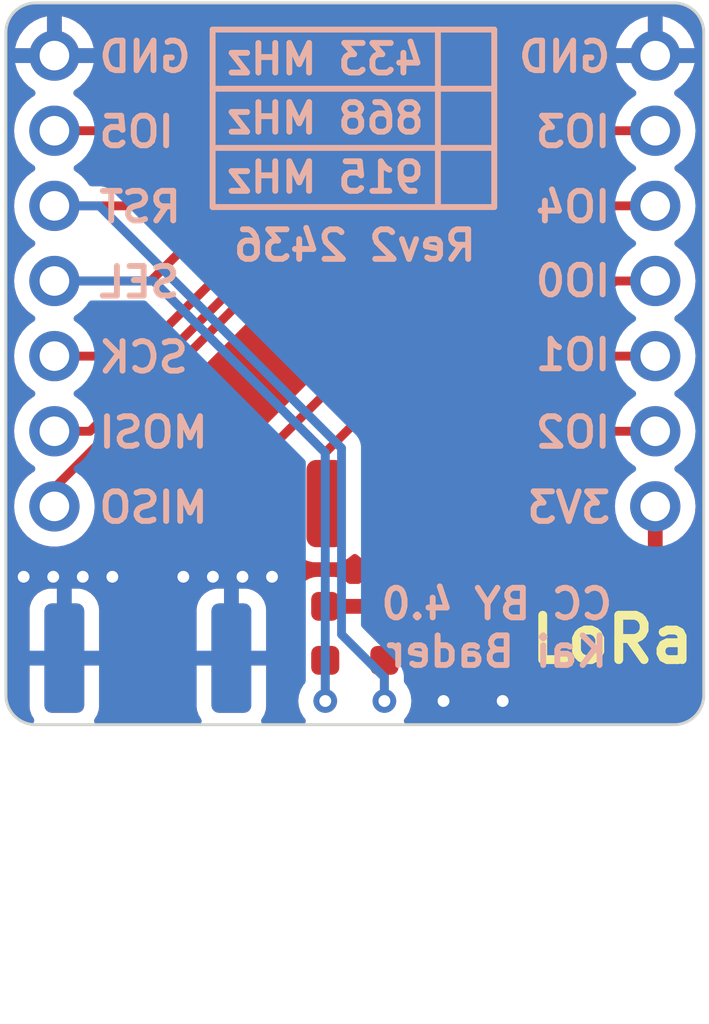
<source format=kicad_pcb>
(kicad_pcb (version 20240108) (generator "pcbnew") (generator_version "8.0")
  (title_block (title "RFM9x/SX127x LoRa Breakout Board") (date "2024-09-07") (rev "2") (company "Kai Bader") (comment 1 "CC BY 4.0"))
  (layers (0 "F.Cu" signal) (31 "B.Cu" signal) (34 "B.Paste" user) (35 "F.Paste" user) (36 "B.SilkS" user "B.Silkscreen") (37 "F.SilkS" user "F.Silkscreen") (38 "B.Mask" user) (39 "F.Mask" user) (44 "Edge.Cuts" user))
  (net 0 "")
  (net 1 "GND")
  (net 2 "/MISO")
  (net 3 "/MOSI")
  (net 4 "/SCK")
  (net 5 "/IO5")
  (net 6 "/~{RESET}")
  (net 7 "/SEL")
  (net 8 "/IO1")
  (net 9 "/IO3")
  (net 10 "/IO0")
  (net 11 "+3.3V")
  (net 12 "/IO2")
  (net 13 "/IO4")
  (net 14 "/ANT")
  (footprint "Capacitor_SMD:C_0603_1608Metric_Pad1.08x0.95mm_HandSolder" (layer "F.Cu") (at 115 72 -90)
    (property "Reference" "C1" (hide yes))
    (property "Value" "100n" (hide yes))
    (pad "1" smd roundrect (at -0.8625 0 270) (size 1.075 0.95) (layers "F.Cu" "F.Paste" "F.Mask") (net 11 "+3.3V"))
    (pad "2" smd roundrect (at 0.8625 0 270) (size 1.075 0.95) (layers "F.Cu" "F.Paste" "F.Mask") (net 1 "GND"))
  )
  (footprint "Connector_Coaxial:SMA_Samtec_SMA-J-P-H-ST-EM1_EdgeMount" (layer "F.Cu") (at 103 73 -90)
    (property "Reference" "J4" (hide yes))
    (property "Value" "SMA" (hide yes))
    (pad "1" smd roundrect (at 0 0) (size 1.27 3.2) (layers "F.Cu" "F.Mask") (roundrect_rratio 0.1968503937) (net 14 "/ANT"))
    (pad "2" smd roundrect (at -0.25 -2.825) (size 1.35 3.7) (layers "F.Cu" "F.Mask") (roundrect_rratio 0.1851851852) (net 1 "GND"))
    (pad "2" smd roundrect (at -0.25 -2.825) (size 1.35 3.7) (layers "B.Cu" "B.Mask") (roundrect_rratio 0.1851851852) (net 1 "GND"))
    (pad "2" smd roundrect (at -0.25 2.825) (size 1.35 3.7) (layers "F.Cu" "F.Mask") (roundrect_rratio 0.1851851852) (net 1 "GND"))
    (pad "2" smd roundrect (at -0.25 2.825) (size 1.35 3.7) (layers "B.Cu" "B.Mask") (roundrect_rratio 0.1851851852) (net 1 "GND"))
  )
  (footprint "RF_Module:HOPERF_RFM9XW_SMD" (layer "F.Cu") (at 110 60 -90)
    (property "Reference" "U1" (hide yes))
    (property "Value" "RFM9x" (hide yes))
    (pad "1" smd roundrect (at -7.525 -7 270) (size 2.95 1.27) (layers "F.Cu" "F.Paste" "F.Mask") (net 1 "GND"))
    (pad "2" smd roundrect (at -7.525 -5 270) (size 2.95 1.27) (layers "F.Cu" "F.Paste" "F.Mask") (net 2 "/MISO"))
    (pad "3" smd roundrect (at -7.525 -3 270) (size 2.95 1.27) (layers "F.Cu" "F.Paste" "F.Mask") (net 3 "/MOSI"))
    (pad "4" smd roundrect (at -7.525 -1 270) (size 2.95 1.27) (layers "F.Cu" "F.Paste" "F.Mask") (net 4 "/SCK"))
    (pad "5" smd roundrect (at -7.525 1 270) (size 2.95 1.27) (layers "F.Cu" "F.Paste" "F.Mask") (net 7 "/SEL"))
    (pad "6" smd roundrect (at -7.525 3 270) (size 2.95 1.27) (layers "F.Cu" "F.Paste" "F.Mask") (net 6 "/~{RESET}"))
    (pad "7" smd roundrect (at -7.525 5 270) (size 2.95 1.27) (layers "F.Cu" "F.Paste" "F.Mask") (net 5 "/IO5"))
    (pad "8" smd roundrect (at -7.525 7 270) (size 2.95 1.27) (layers "F.Cu" "F.Paste" "F.Mask") (net 1 "GND"))
    (pad "9" smd roundrect (at 7.525 7 270) (size 2.95 1.27) (layers "F.Cu" "F.Paste" "F.Mask") (net 14 "/ANT"))
    (pad "10" smd roundrect (at 7.525 5 270) (size 2.95 1.27) (layers "F.Cu" "F.Paste" "F.Mask") (net 1 "GND"))
    (pad "11" smd roundrect (at 7.525 3 270) (size 2.95 1.27) (layers "F.Cu" "F.Paste" "F.Mask") (net 9 "/IO3"))
    (pad "12" smd roundrect (at 7.525 1 270) (size 2.95 1.27) (layers "F.Cu" "F.Paste" "F.Mask") (net 13 "/IO4"))
    (pad "13" smd roundrect (at 7.525 -1 270) (size 2.95 1.27) (layers "F.Cu" "F.Paste" "F.Mask") (net 11 "+3.3V"))
    (pad "14" smd roundrect (at 7.525 -3 270) (size 2.95 1.27) (layers "F.Cu" "F.Paste" "F.Mask") (net 10 "/IO0"))
    (pad "15" smd roundrect (at 7.525 -5 270) (size 2.95 1.27) (layers "F.Cu" "F.Paste" "F.Mask") (net 8 "/IO1"))
    (pad "16" smd roundrect (at 7.525 -7 270) (size 2.95 1.27) (layers "F.Cu" "F.Paste" "F.Mask") (net 12 "/IO2"))
  )
  (footprint "Resistor_SMD:R_0603_1608Metric_Pad0.98x0.95mm_HandSolder" (layer "F.Cu") (at 111 71.9125 -90)
    (property "Reference" "R2" (hide yes))
    (property "Value" "100k" (hide yes))
    (pad "1" smd roundrect (at -0.9125 0 270) (size 0.975 0.95) (layers "F.Cu" "F.Paste" "F.Mask") (net 11 "+3.3V"))
    (pad "2" smd roundrect (at 0.9125 0 270) (size 0.975 0.95) (layers "F.Cu" "F.Paste" "F.Mask") (net 6 "/~{RESET}"))
  )
  (footprint "Capacitor_SMD:C_0603_1608Metric_Pad1.08x0.95mm_HandSolder" (layer "F.Cu") (at 113 72 -90)
    (property "Reference" "C2" (hide yes))
    (property "Value" "4u7" (hide yes))
    (pad "1" smd roundrect (at -0.8625 0 270) (size 1.075 0.95) (layers "F.Cu" "F.Paste" "F.Mask") (net 11 "+3.3V"))
    (pad "2" smd roundrect (at 0.8625 0 270) (size 1.075 0.95) (layers "F.Cu" "F.Paste" "F.Mask") (net 1 "GND"))
  )
  (footprint "Resistor_SMD:R_0603_1608Metric_Pad0.98x0.95mm_HandSolder" (layer "F.Cu") (at 109 71.9125 -90)
    (property "Reference" "R1" (hide yes))
    (property "Value" "100k" (hide yes))
    (pad "1" smd roundrect (at -0.9125 0 270) (size 0.975 0.95) (layers "F.Cu" "F.Paste" "F.Mask") (net 11 "+3.3V"))
    (pad "2" smd roundrect (at 0.9125 0 270) (size 0.975 0.95) (layers "F.Cu" "F.Paste" "F.Mask") (net 7 "/SEL"))
  )
  (footprint "Connector_PinHeader_2.54mm:PinHeader_1x07_P2.54mm_Vertical" (layer "B.Cu") (at 120.16 67.62)
    (property "Reference" "J2" (hide yes))
    (property "Value" "Conn2" (hide yes))
    (pad "1" thru_hole circle (at 0 0) (size 1.7 1.7) (drill 1) (layers "*.Cu" "*.Mask") (net 11 "+3.3V"))
    (pad "2" thru_hole oval (at 0 -2.54) (size 1.7 1.7) (drill 1) (layers "*.Cu" "*.Mask") (net 12 "/IO2"))
    (pad "3" thru_hole oval (at 0 -5.08) (size 1.7 1.7) (drill 1) (layers "*.Cu" "*.Mask") (net 8 "/IO1"))
    (pad "4" thru_hole oval (at 0 -7.62) (size 1.7 1.7) (drill 1) (layers "*.Cu" "*.Mask") (net 10 "/IO0"))
    (pad "5" thru_hole oval (at 0 -10.16) (size 1.7 1.7) (drill 1) (layers "*.Cu" "*.Mask") (net 13 "/IO4"))
    (pad "6" thru_hole oval (at 0 -12.7) (size 1.7 1.7) (drill 1) (layers "*.Cu" "*.Mask") (net 9 "/IO3"))
    (pad "7" thru_hole oval (at 0 -15.24) (size 1.7 1.7) (drill 1) (layers "*.Cu" "*.Mask") (net 1 "GND"))
  )
  (footprint "Connector_PinHeader_2.54mm:PinHeader_1x07_P2.54mm_Vertical" (layer "B.Cu") (at 99.84 67.62)
    (property "Reference" "J1" (hide yes))
    (property "Value" "Conn1" (hide yes))
    (pad "1" thru_hole circle (at 0 0) (size 1.7 1.7) (drill 1) (layers "*.Cu" "*.Mask") (net 2 "/MISO"))
    (pad "2" thru_hole oval (at 0 -2.54) (size 1.7 1.7) (drill 1) (layers "*.Cu" "*.Mask") (net 3 "/MOSI"))
    (pad "3" thru_hole oval (at 0 -5.08) (size 1.7 1.7) (drill 1) (layers "*.Cu" "*.Mask") (net 4 "/SCK"))
    (pad "4" thru_hole oval (at 0 -7.62) (size 1.7 1.7) (drill 1) (layers "*.Cu" "*.Mask") (net 7 "/SEL"))
    (pad "5" thru_hole oval (at 0 -10.16) (size 1.7 1.7) (drill 1) (layers "*.Cu" "*.Mask") (net 6 "/~{RESET}"))
    (pad "6" thru_hole oval (at 0 -12.7) (size 1.7 1.7) (drill 1) (layers "*.Cu" "*.Mask") (net 5 "/IO5"))
    (pad "7" thru_hole oval (at 0 -15.24) (size 1.7 1.7) (drill 1) (layers "*.Cu" "*.Mask") (net 1 "GND"))
  )
  (gr_line (start 105.19 57.5) (end 114.715 57.5) (stroke (width 0.2)) (layer "B.SilkS"))
  (gr_line (start 114.715 57.5) (end 114.715 51.5) (stroke (width 0.2)) (layer "B.SilkS"))
  (gr_line (start 105.19 55.5) (end 114.715 55.5) (stroke (width 0.2)) (layer "B.SilkS"))
  (gr_line (start 105.19 53.5) (end 114.715 53.5) (stroke (width 0.2)) (layer "B.SilkS"))
  (gr_line (start 112.81 57.5) (end 112.81 51.5) (stroke (width 0.2)) (layer "B.SilkS"))
  (gr_line (start 105.19 51.5) (end 105.19 57.5) (stroke (width 0.2)) (layer "B.SilkS"))
  (gr_line (start 114.715 51.5) (end 105.19 51.5) (stroke (width 0.2)) (layer "B.SilkS"))
  (gr_line (start 121.8 51.6) (end 121.8 74) (stroke (width 0.1)) (layer "Edge.Cuts"))
  (gr_arc (start 120.8 50.6) (mid 121.507107 50.892893) (end 121.8 51.6) (stroke (width 0.1)) (layer "Edge.Cuts"))
  (gr_line (start 99.2 50.6) (end 120.8 50.6) (stroke (width 0.1)) (layer "Edge.Cuts"))
  (gr_line (start 98.2 74) (end 98.2 51.6) (stroke (width 0.1)) (layer "Edge.Cuts"))
  (gr_arc (start 121.8 74) (mid 121.507107 74.707107) (end 120.8 75) (stroke (width 0.1)) (layer "Edge.Cuts"))
  (gr_line (start 99.2 75) (end 120.8 75) (stroke (width 0.1)) (layer "Edge.Cuts"))
  (gr_arc (start 98.2 51.6) (mid 98.492893 50.892893) (end 99.2 50.6) (stroke (width 0.1)) (layer "Edge.Cuts"))
  (gr_arc (start 99.2 75) (mid 98.492893 74.707107) (end 98.2 74) (stroke (width 0.1)) (layer "Edge.Cuts"))
  (gr_text "868 MHz" (at 109 54.5 0) (layer "B.SilkS") (effects (font (size 1 1) (thickness 0.2)) (justify mirror)))
  (gr_text "IO1" (at 118.75 62.5 0) (layer "B.SilkS") (effects (font (size 1 1) (thickness 0.2)) (justify left mirror)))
  (gr_text "IO4" (at 118.75 57.5 0) (layer "B.SilkS") (effects (font (size 1 1) (thickness 0.2)) (justify left mirror)))
  (gr_text "IO3" (at 118.75 54.96 0) (layer "B.SilkS") (effects (font (size 1 1) (thickness 0.2)) (justify left mirror)))
  (gr_text "SCK" (at 101.25 62.58 0) (layer "B.SilkS") (effects (font (size 1 1) (thickness 0.2)) (justify right mirror)))
  (gr_text "915 MHz" (at 109 56.5 0) (layer "B.SilkS") (effects (font (size 1 1) (thickness 0.2)) (justify mirror)))
  (gr_text "SEL" (at 101.25 60.04 0) (layer "B.SilkS") (effects (font (size 1 1) (thickness 0.2)) (justify right mirror)))
  (gr_text "433 MHz" (at 109 52.5 0) (layer "B.SilkS") (effects (font (size 1 1) (thickness 0.2)) (justify mirror)))
  (gr_text "3V3" (at 118.75 67.66 0) (layer "B.SilkS") (effects (font (size 1 1) (thickness 0.2)) (justify left mirror)))
  (gr_text "IO2" (at 118.75 65.12 0) (layer "B.SilkS") (effects (font (size 1 1) (thickness 0.2)) (justify left mirror)))
  (gr_text "RST" (at 101.25 57.5 0) (layer "B.SilkS") (effects (font (size 1 1) (thickness 0.2)) (justify right mirror)))
  (gr_text "Rev2 2436" (at 110 58.8 0) (layer "B.SilkS") (effects (font (size 1 1) (thickness 0.2) (bold yes)) (justify mirror)))
  (gr_text "MOSI" (at 101.25 65.12 0) (layer "B.SilkS") (effects (font (size 1 1) (thickness 0.2)) (justify right mirror)))
  (gr_text "IO0" (at 118.75 60 0) (layer "B.SilkS") (effects (font (size 1 1) (thickness 0.2)) (justify left mirror)))
  (gr_text "CC BY 4.0\nKai Bader" (at 114.8 71.725 0) (layer "B.SilkS") (effects (font (size 1 1) (thickness 0.2) (bold yes)) (justify mirror)))
  (gr_text "GND" (at 101.25 52.42 0) (layer "B.SilkS") (effects (font (size 1 1) (thickness 0.2)) (justify right mirror)))
  (gr_text "GND" (at 118.75 52.42 0) (layer "B.SilkS") (effects (font (size 1 1) (thickness 0.2)) (justify left mirror)))
  (gr_text "MISO" (at 101.25 67.66 0) (layer "B.SilkS") (effects (font (size 1 1) (thickness 0.2)) (justify right mirror)))
  (gr_text "IO5" (at 101.25 54.96 0) (layer "B.SilkS") (effects (font (size 1 1) (thickness 0.2)) (justify right mirror)))
  (gr_text "LoRa" (at 115.8 73 0) (layer "F.SilkS") (effects (font (size 1.5 1.5) (thickness 0.3) (bold yes)) (justify left bottom)))
  (segment (start 102.32317 65.5) (end 104.45 65.5) (width 0.5) (layer "F.Cu") (net 1))
  (segment (start 105 66.05) (end 105 67.525) (width 0.5) (layer "F.Cu") (net 1))
  (segment (start 101.7 69.1) (end 101.7 66.12317) (width 0.5) (layer "F.Cu") (net 1))
  (segment (start 101.7 66.12317) (end 102.32317 65.5) (width 0.5) (layer "F.Cu") (net 1))
  (segment (start 104.45 65.5) (end 105 66.05) (width 0.5) (layer "F.Cu") (net 1))
  (segment (start 100.8 70) (end 101.7 69.1) (width 0.5) (layer "F.Cu") (net 1))
  (via (at 107.2 70) (size 0.8) (drill 0.4) (layers "F.Cu" "B.Cu") (net 1))
  (via (at 105.2 70) (size 0.8) (drill 0.4) (layers "F.Cu" "B.Cu") (net 1))
  (via (at 101.8 70) (size 0.8) (drill 0.4) (layers "F.Cu" "B.Cu") (net 1))
  (via (at 100.8 70) (size 0.8) (drill 0.4) (layers "F.Cu" "B.Cu") (net 1))
  (via (at 98.8 70) (size 0.8) (drill 0.4) (layers "F.Cu" "B.Cu") (net 1))
  (via (at 115 74.2) (size 0.8) (drill 0.4) (layers "F.Cu" "B.Cu") (net 1))
  (via (at 99.8 70) (size 0.8) (drill 0.4) (layers "F.Cu" "B.Cu") (net 1))
  (via (at 104.2 70) (size 0.8) (drill 0.4) (layers "F.Cu" "B.Cu") (net 1))
  (via (at 113 74.2) (size 0.8) (drill 0.4) (layers "F.Cu" "B.Cu") (net 1))
  (via (at 106.2 70) (size 0.8) (drill 0.4) (layers "F.Cu" "B.Cu") (net 1))
  (segment (start 115 54.2) (end 115 52.475) (width 0.3) (layer "F.Cu") (net 2))
  (segment (start 114.4 54.8) (end 115 54.2) (width 0.3) (layer "F.Cu") (net 2))
  (segment (start 112.03322 54.8) (end 114.4 54.8) (width 0.3) (layer "F.Cu") (net 2))
  (segment (start 99.84 67.62) (end 99.84 66.99322) (width 0.3) (layer "F.Cu") (net 2))
  (segment (start 99.84 66.99322) (end 112.03322 54.8) (width 0.3) (layer "F.Cu") (net 2))
  (segment (start 113 53.122081) (end 101.042081 65.08) (width 0.3) (layer "F.Cu") (net 3))
  (segment (start 101.042081 65.08) (end 99.84 65.08) (width 0.3) (layer "F.Cu") (net 3))
  (segment (start 113 52.475) (end 113 53.122081) (width 0.3) (layer "F.Cu") (net 3))
  (segment (start 111 52.475) (end 111 54.2) (width 0.3) (layer "F.Cu") (net 4))
  (segment (start 111 54.2) (end 102.66 62.54) (width 0.3) (layer "F.Cu") (net 4))
  (segment (start 102.66 62.54) (end 99.84 62.54) (width 0.3) (layer "F.Cu") (net 4))
  (segment (start 105 52.475) (end 105 54.2) (width 0.3) (layer "F.Cu") (net 5))
  (segment (start 104.28 54.92) (end 99.84 54.92) (width 0.3) (layer "F.Cu") (net 5))
  (segment (start 105 54.2) (end 104.28 54.92) (width 0.3) (layer "F.Cu") (net 5))
  (segment (start 107 52.475) (end 107 54.2) (width 0.3) (layer "F.Cu") (net 6))
  (segment (start 111 72.825) (end 111 74.2) (width 0.3) (layer "F.Cu") (net 6))
  (segment (start 107 54.2) (end 103.74 57.46) (width 0.3) (layer "F.Cu") (net 6))
  (segment (start 103.74 57.46) (end 99.84 57.46) (width 0.3) (layer "F.Cu") (net 6))
  (via (at 111 74.2) (size 0.8) (drill 0.4) (layers "F.Cu" "B.Cu") (net 6))
  (segment (start 111 73.4) (end 109.55 71.95) (width 0.3) (layer "B.Cu") (net 6))
  (segment (start 101.36 57.46) (end 109.55 65.65) (width 0.3) (layer "B.Cu") (net 6))
  (segment (start 99.84 57.46) (end 101.36 57.46) (width 0.3) (layer "B.Cu") (net 6))
  (segment (start 109.55 71.95) (end 109.55 65.65) (width 0.3) (layer "B.Cu") (net 6))
  (segment (start 111 73.4) (end 111 74.2) (width 0.3) (layer "B.Cu") (net 6))
  (segment (start 103.1 60) (end 99.84 60) (width 0.3) (layer "F.Cu") (net 7))
  (segment (start 108.7 54.4) (end 103.1 60) (width 0.3) (layer "F.Cu") (net 7))
  (segment (start 109 52.475) (end 109 54.2) (width 0.3) (layer "F.Cu") (net 7))
  (segment (start 109 72.825) (end 109 74.2) (width 0.3) (layer "F.Cu") (net 7))
  (segment (start 108.8 54.4) (end 108.7 54.4) (width 0.3) (layer "F.Cu") (net 7))
  (segment (start 109 54.2) (end 108.8 54.4) (width 0.3) (layer "F.Cu") (net 7))
  (via (at 109 74.2) (size 0.8) (drill 0.4) (layers "F.Cu" "B.Cu") (net 7))
  (segment (start 109 65.807106) (end 103.192894 60) (width 0.3) (layer "B.Cu") (net 7))
  (segment (start 109 74.2) (end 109 65.807106) (width 0.3) (layer "B.Cu") (net 7))
  (segment (start 103.192894 60) (end 99.84 60) (width 0.3) (layer "B.Cu") (net 7))
  (segment (start 115 67.525) (end 115 65.8) (width 0.3) (layer "F.Cu") (net 8))
  (segment (start 118.26 62.54) (end 120.16 62.54) (width 0.3) (layer "F.Cu") (net 8))
  (segment (start 115 65.8) (end 118.26 62.54) (width 0.3) (layer "F.Cu") (net 8))
  (segment (start 107 67.525) (end 107 65.8) (width 0.3) (layer "F.Cu") (net 9))
  (segment (start 117.88 54.92) (end 120.16 54.92) (width 0.3) (layer "F.Cu") (net 9))
  (segment (start 107 65.8) (end 117.88 54.92) (width 0.3) (layer "F.Cu") (net 9))
  (segment (start 113 65.8) (end 118.8 60) (width 0.3) (layer "F.Cu") (net 10))
  (segment (start 118.8 60) (end 120.16 60) (width 0.3) (layer "F.Cu") (net 10))
  (segment (start 113 67.525) (end 113 65.8) (width 0.3) (layer "F.Cu") (net 10))
  (segment (start 111.1375 71.1375) (end 111 71) (width 0.5) (layer "F.Cu") (net 11))
  (segment (start 111 71) (end 111 67.525) (width 0.5) (layer "F.Cu") (net 11))
  (segment (start 113 71.1375) (end 111.1375 71.1375) (width 0.5) (layer "F.Cu") (net 11))
  (segment (start 120.16 67.62) (end 120.16 69.34) (width 0.5) (layer "F.Cu") (net 11))
  (segment (start 118.3625 71.1375) (end 115 71.1375) (width 0.5) (layer "F.Cu") (net 11))
  (segment (start 115 71.1375) (end 113 71.1375) (width 0.5) (layer "F.Cu") (net 11))
  (segment (start 111 71) (end 109 71) (width 0.5) (layer "F.Cu") (net 11))
  (segment (start 120.16 69.34) (end 118.3625 71.1375) (width 0.5) (layer "F.Cu") (net 11))
  (segment (start 117 65.8) (end 117 67.525) (width 0.3) (layer "F.Cu") (net 12))
  (segment (start 117.72 65.08) (end 117 65.8) (width 0.3) (layer "F.Cu") (net 12))
  (segment (start 120.16 65.08) (end 117.72 65.08) (width 0.3) (layer "F.Cu") (net 12))
  (segment (start 117.34 57.46) (end 120.16 57.46) (width 0.3) (layer "F.Cu") (net 13))
  (segment (start 109 67.525) (end 109 65.8) (width 0.3) (layer "F.Cu") (net 13))
  (segment (start 109 65.8) (end 117.34 57.46) (width 0.3) (layer "F.Cu") (net 13))
  (segment (start 103 67.525) (end 103 73) (width 0.36) (layer "F.Cu") (net 14))
  (zone (net 1) (net_name "GND") (layers "F&B.Cu") (priority 1) (connect_pads (clearance 0.508)) (min_thickness 0.25) (fill yes (thermal_gap 0.5) (thermal_bridge_width 0.5))
    (polygon (pts (xy 122 75) (xy 98.1 75) (xy 98 50.5) (xy 122 50.5)))
  )
)
</source>
